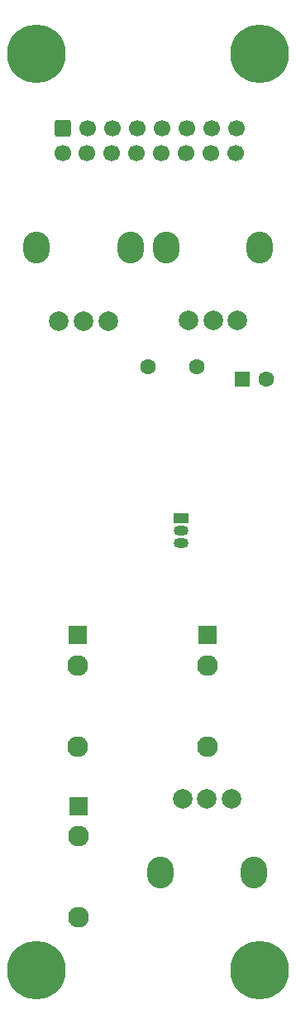
<source format=gbr>
%TF.GenerationSoftware,KiCad,Pcbnew,(6.0.0-0)*%
%TF.CreationDate,2022-12-05T16:43:45-05:00*%
%TF.ProjectId,LFO,4c464f2e-6b69-4636-9164-5f7063625858,rev?*%
%TF.SameCoordinates,Original*%
%TF.FileFunction,Soldermask,Top*%
%TF.FilePolarity,Negative*%
%FSLAX46Y46*%
G04 Gerber Fmt 4.6, Leading zero omitted, Abs format (unit mm)*
G04 Created by KiCad (PCBNEW (6.0.0-0)) date 2022-12-05 16:43:45*
%MOMM*%
%LPD*%
G01*
G04 APERTURE LIST*
G04 Aperture macros list*
%AMRoundRect*
0 Rectangle with rounded corners*
0 $1 Rounding radius*
0 $2 $3 $4 $5 $6 $7 $8 $9 X,Y pos of 4 corners*
0 Add a 4 corners polygon primitive as box body*
4,1,4,$2,$3,$4,$5,$6,$7,$8,$9,$2,$3,0*
0 Add four circle primitives for the rounded corners*
1,1,$1+$1,$2,$3*
1,1,$1+$1,$4,$5*
1,1,$1+$1,$6,$7*
1,1,$1+$1,$8,$9*
0 Add four rect primitives between the rounded corners*
20,1,$1+$1,$2,$3,$4,$5,0*
20,1,$1+$1,$4,$5,$6,$7,0*
20,1,$1+$1,$6,$7,$8,$9,0*
20,1,$1+$1,$8,$9,$2,$3,0*%
G04 Aperture macros list end*
%ADD10R,1.600000X1.600000*%
%ADD11C,1.600000*%
%ADD12R,1.500000X1.050000*%
%ADD13O,1.500000X1.050000*%
%ADD14C,1.700000*%
%ADD15RoundRect,0.250000X-0.600000X0.600000X-0.600000X-0.600000X0.600000X-0.600000X0.600000X0.600000X0*%
%ADD16O,2.720000X3.240000*%
%ADD17C,2.000000*%
%ADD18R,1.930000X1.830000*%
%ADD19C,2.130000*%
%ADD20C,6.000000*%
%ADD21C,0.800000*%
G04 APERTURE END LIST*
D10*
%TO.C,C2*%
X146558000Y-94234000D03*
D11*
X149058000Y-94234000D03*
%TD*%
D12*
%TO.C,Q1*%
X140314000Y-108458000D03*
D13*
X140314000Y-109728000D03*
X140314000Y-110998000D03*
%TD*%
D11*
%TO.C,C1*%
X136946000Y-92964000D03*
X141946000Y-92964000D03*
%TD*%
D14*
%TO.C,U1*%
X145922000Y-71120000D03*
X145934000Y-68580000D03*
X143394000Y-68580000D03*
X143382000Y-71120000D03*
X140842000Y-71120000D03*
X140854000Y-68580000D03*
X138314000Y-68580000D03*
X138302000Y-71120000D03*
X135762000Y-71120000D03*
X135774000Y-68580000D03*
X133222000Y-71120000D03*
X133234000Y-68580000D03*
X130694000Y-68580000D03*
X130682000Y-71120000D03*
X128154000Y-71120000D03*
D15*
X128154000Y-68580000D03*
%TD*%
D16*
%TO.C,RV3*%
X138142000Y-144686000D03*
X147742000Y-144686000D03*
D17*
X145442000Y-137186000D03*
X142942000Y-137186000D03*
X140442000Y-137186000D03*
%TD*%
D16*
%TO.C,RV2*%
X135104000Y-80758000D03*
X125504000Y-80758000D03*
D17*
X127804000Y-88258000D03*
X130304000Y-88258000D03*
X132804000Y-88258000D03*
%TD*%
D16*
%TO.C,RV1*%
X148362500Y-80729000D03*
X138762500Y-80729000D03*
D17*
X141062500Y-88229000D03*
X143562500Y-88229000D03*
X146062500Y-88229000D03*
%TD*%
D18*
%TO.C,J3*%
X129734000Y-120426000D03*
D19*
X129734000Y-123526000D03*
X129734000Y-131826000D03*
%TD*%
D18*
%TO.C,J2*%
X143002000Y-120426000D03*
D19*
X143002000Y-123526000D03*
X143002000Y-131826000D03*
%TD*%
D18*
%TO.C,J1*%
X129794000Y-137876000D03*
D19*
X129794000Y-140976000D03*
X129794000Y-149276000D03*
%TD*%
D20*
%TO.C,H4*%
X148336000Y-60960000D03*
D21*
X150586000Y-60960000D03*
X149926990Y-62550990D03*
X148336000Y-63210000D03*
X146745010Y-62550990D03*
X146086000Y-60960000D03*
X146745010Y-59369010D03*
X148336000Y-58710000D03*
X149926990Y-59369010D03*
%TD*%
D20*
%TO.C,H3*%
X125476000Y-154686000D03*
D21*
X127726000Y-154686000D03*
X127066990Y-156276990D03*
X125476000Y-156936000D03*
X123885010Y-156276990D03*
X123226000Y-154686000D03*
X123885010Y-153095010D03*
X125476000Y-152436000D03*
X127066990Y-153095010D03*
%TD*%
D20*
%TO.C,H2*%
X148336000Y-154686000D03*
D21*
X150586000Y-154686000D03*
X149926990Y-156276990D03*
X148336000Y-156936000D03*
X146745010Y-156276990D03*
X146086000Y-154686000D03*
X146745010Y-153095010D03*
X148336000Y-152436000D03*
X149926990Y-153095010D03*
%TD*%
D20*
%TO.C,H1*%
X125476000Y-60960000D03*
D21*
X127726000Y-60960000D03*
X127066990Y-62550990D03*
X125476000Y-63210000D03*
X123885010Y-62550990D03*
X123226000Y-60960000D03*
X123885010Y-59369010D03*
X125476000Y-58710000D03*
X127066990Y-59369010D03*
%TD*%
M02*

</source>
